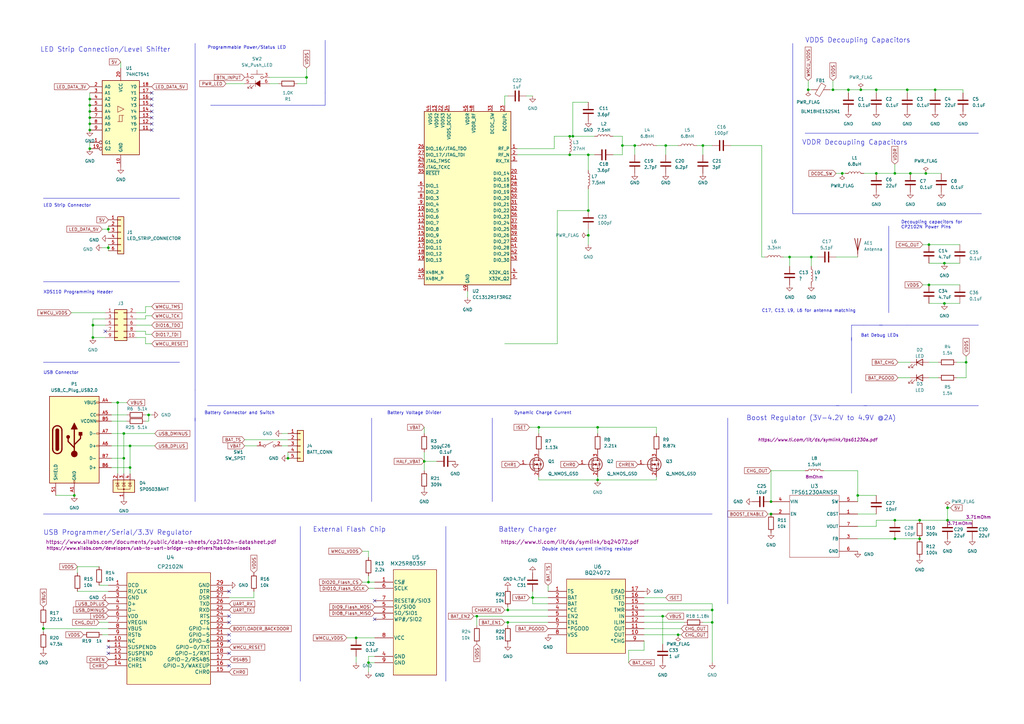
<source format=kicad_sch>
(kicad_sch (version 20230121) (generator eeschema)
  (paper "A3")
  (title_block (title "Project Emrick Light Strip") (date "2022-10-10") (rev "5.1"))
  (junction (at 36.83 43.18))
  (junction (at 367.03 213.36))
  (junction (at 151.13 238.76))
  (junction (at 387.35 124.46))
  (junction (at 245.11 175.26))
  (junction (at 373.38 71.12))
  (junction (at 132.08 -52.07))
  (junction (at 323.85 105.41))
  (junction (at 119.38 -52.07))
  (junction (at 271.78 252.73))
  (junction (at 154.94 -40.64))
  (junction (at 50.8 177.8))
  (junction (at 255.27 59.69))
  (junction (at 220.98 175.26))
  (junction (at 208.28 255.27))
  (junction (at 345.44 71.12))
  (junction (at 44.45 93.98))
  (junction (at 38.1 138.43))
  (junction (at 48.26 165.1))
  (junction (at 173.99 189.23))
  (junction (at 388.62 208.28))
  (junction (at 372.11 36.83))
  (junction (at 36.83 48.26))
  (junction (at 146.05 261.62))
  (junction (at 316.23 210.82))
  (junction (at 118.11 187.96))
  (junction (at 396.24 148.59))
  (junction (at 36.83 40.64))
  (junction (at 38.1 133.35))
  (junction (at 359.41 71.12))
  (junction (at 241.3 96.52))
  (junction (at 165.1 -123.19))
  (junction (at 195.58 252.73))
  (junction (at 60.96 170.18))
  (junction (at 381 100.33))
  (junction (at 53.34 191.77))
  (junction (at 387.35 107.95))
  (junction (at 50.8 187.96))
  (junction (at 36.83 45.72))
  (junction (at 383.54 36.83))
  (junction (at 36.83 50.8))
  (junction (at 165.1 -120.65))
  (junction (at 331.47 36.83))
  (junction (at 151.13 -83.82))
  (junction (at 151.13 271.78))
  (junction (at 351.79 203.2))
  (junction (at 278.13 260.35))
  (junction (at 377.19 220.98))
  (junction (at 125.73 31.75))
  (junction (at 377.19 213.36))
  (junction (at 165.1 -118.11))
  (junction (at 347.98 36.83))
  (junction (at 379.73 71.12))
  (junction (at 154.94 -41.91))
  (junction (at 260.35 59.69))
  (junction (at 273.05 59.69))
  (junction (at 359.41 36.83))
  (junction (at 160.02 -113.03))
  (junction (at 241.3 86.36))
  (junction (at 241.3 63.5))
  (junction (at 332.74 105.41))
  (junction (at 53.34 182.88))
  (junction (at 233.68 55.88))
  (junction (at 44.45 101.6))
  (junction (at 388.62 213.36))
  (junction (at 316.23 205.74))
  (junction (at 208.28 250.19))
  (junction (at 353.06 36.83))
  (junction (at 288.29 59.69))
  (junction (at 36.83 60.96))
  (junction (at 245.11 196.85))
  (junction (at 381 116.84))
  (junction (at 218.44 245.11))
  (junction (at 367.03 71.12))
  (junction (at 17.78 257.81))
  (junction (at 367.03 220.98))
  (junction (at 36.83 53.34))
  (junction (at 234.95 55.88))
  (junction (at 30.48 203.2))
  (junction (at 341.63 36.83))
  (junction (at 233.68 63.5))
  (junction (at 292.1 250.19))
  (junction (at 292.1 255.27))
  (no_connect (at 236.22 -21.59))
  (no_connect (at 153.67 246.38))
  (no_connect (at 153.67 254))
  (no_connect (at 93.98 260.35))
  (no_connect (at 93.98 267.97))
  (no_connect (at 93.98 273.05))
  (no_connect (at 93.98 262.89))
  (no_connect (at 93.98 252.73))
  (no_connect (at 93.98 255.27))
  (no_connect (at 62.23 38.1))
  (no_connect (at 62.23 40.64))
  (no_connect (at 236.22 -41.91))
  (no_connect (at 236.22 -16.51))
  (no_connect (at 236.22 -67.31))
  (no_connect (at 236.22 -57.15))
  (no_connect (at 62.23 45.72))
  (no_connect (at 62.23 48.26))
  (no_connect (at 62.23 50.8))
  (no_connect (at 62.23 53.34))
  (no_connect (at 62.23 43.18))
  (no_connect (at 93.98 242.57))
  (no_connect (at 44.45 265.43))
  (no_connect (at 44.45 267.97))
  (no_connect (at 236.22 -13.97))
  (no_connect (at 236.22 -11.43))
  (no_connect (at 236.22 -31.75))
  (no_connect (at 236.22 -24.13))
  (no_connect (at 43.18 135.89))
  (no_connect (at 295.91 -20.32))
  (wire (pts (xy 36.83 40.64) (xy 36.83 43.18)))
  (wire (pts (xy 342.9 71.12) (xy 345.44 71.12)))
  (wire (pts (xy 367.03 71.12) (xy 373.38 71.12)))
  (wire (pts (xy 264.16 266.7) (xy 264.16 262.89)))
  (wire (pts (xy 292.1 250.19) (xy 292.1 255.27)))
  (wire (pts (xy 163.83 -88.9) (xy 163.83 -82.55)))
  (wire (pts (xy 381 124.46) (xy 387.35 124.46)))
  (wire (pts (xy 215.9 39.37) (xy 218.44 39.37)))
  (wire (pts (xy 379.73 71.12) (xy 386.08 71.12)))
  (wire (pts (xy 227.33 55.88) (xy 233.68 55.88)))
  (wire (pts (xy 50.8 187.96) (xy 50.8 194.31)))
  (wire (pts (xy 38.1 133.35) (xy 38.1 138.43)))
  (wire (pts (xy 351.79 193.04) (xy 351.79 203.2)))
  (wire (pts (xy 271.78 252.73) (xy 271.78 264.16)))
  (wire (pts (xy 44.45 92.71) (xy 44.45 93.98)))
  (wire (pts (xy 151.13 241.3) (xy 153.67 241.3)))
  (wire (pts (xy 381 154.94) (xy 384.81 154.94)))
  (wire (pts (xy 53.34 182.88) (xy 45.72 182.88)))
  (wire (pts (xy 55.88 135.89) (xy 59.69 135.89)))
  (wire (pts (xy 129.54 -52.07) (xy 132.08 -52.07)))
  (polyline (pts (xy 17.78 148.59) (xy 73.66 148.59)))
  (wire (pts (xy 359.41 71.12) (xy 367.03 71.12)))
  (wire (pts (xy 153.67 271.78) (xy 151.13 271.78)))
  (wire (pts (xy 195.58 252.73) (xy 224.79 252.73)))
  (wire (pts (xy 359.41 36.83) (xy 372.11 36.83)))
  (wire (pts (xy 165.1 -123.19) (xy 165.1 -120.65)))
  (wire (pts (xy 43.18 133.35) (xy 38.1 133.35)))
  (wire (pts (xy 59.69 138.43) (xy 59.69 140.97)))
  (wire (pts (xy 146.05 261.62) (xy 153.67 261.62)))
  (wire (pts (xy 388.62 208.28) (xy 388.62 213.36)))
  (wire (pts (xy 372.11 36.83) (xy 372.11 38.1)))
  (polyline (pts (xy 201.93 171.45) (xy 201.93 205.74)))
  (wire (pts (xy 273.05 59.69) (xy 273.05 63.5)))
  (wire (pts (xy 151.13 -93.98) (xy 146.05 -93.98)))
  (wire (pts (xy 257.81 271.78) (xy 257.81 266.7)))
  (wire (pts (xy 162.56 -40.64) (xy 154.94 -40.64)))
  (wire (pts (xy 165.1 -128.27) (xy 165.1 -123.19)))
  (wire (pts (xy 195.58 252.73) (xy 195.58 256.54)))
  (wire (pts (xy 143.51 -95.25) (xy 170.18 -95.25)))
  (wire (pts (xy 17.78 257.81) (xy 17.78 259.08)))
  (wire (pts (xy 191.77 119.38) (xy 191.77 121.92)))
  (wire (pts (xy 36.83 38.1) (xy 36.83 40.64)))
  (wire (pts (xy 100.33 180.34) (xy 118.11 180.34)))
  (wire (pts (xy 387.35 124.46) (xy 393.7 124.46)))
  (wire (pts (xy 251.46 63.5) (xy 255.27 63.5)))
  (wire (pts (xy 119.38 -52.07) (xy 119.38 -62.23)))
  (wire (pts (xy 378.46 100.33) (xy 381 100.33)))
  (polyline (pts (xy 80.01 160.02) (xy 80.01 172.72)))
  (wire (pts (xy 17.78 256.54) (xy 17.78 257.81)))
  (wire (pts (xy 118.11 185.42) (xy 118.11 187.96)))
  (wire (pts (xy 359.41 213.36) (xy 367.03 213.36)))
  (wire (pts (xy 388.62 213.36) (xy 398.78 213.36)))
  (wire (pts (xy 93.98 245.11) (xy 104.14 245.11)))
  (wire (pts (xy 255.27 59.69) (xy 255.27 63.5)))
  (wire (pts (xy 292.1 255.27) (xy 292.1 271.78)))
  (wire (pts (xy 163.83 -82.55) (xy 170.18 -82.55)))
  (wire (pts (xy 151.13 238.76) (xy 153.67 238.76)))
  (wire (pts (xy 59.69 128.27) (xy 59.69 125.73)))
  (wire (pts (xy 233.68 63.5) (xy 241.3 63.5)))
  (wire (pts (xy 269.24 195.58) (xy 269.24 196.85)))
  (wire (pts (xy 396.24 154.94) (xy 392.43 154.94)))
  (wire (pts (xy 218.44 247.65) (xy 224.79 247.65)))
  (wire (pts (xy 44.45 100.33) (xy 44.45 101.6)))
  (wire (pts (xy 381 100.33) (xy 393.7 100.33)))
  (wire (pts (xy 22.86 203.2) (xy 30.48 203.2)))
  (wire (pts (xy 55.88 138.43) (xy 59.69 138.43)))
  (wire (pts (xy 142.24 261.62) (xy 146.05 261.62)))
  (wire (pts (xy 269.24 196.85) (xy 245.11 196.85)))
  (wire (pts (xy 165.1 -46.99) (xy 165.1 -16.51)))
  (wire (pts (xy 53.34 182.88) (xy 53.34 191.77)))
  (wire (pts (xy 173.99 189.23) (xy 173.99 193.04)))
  (wire (pts (xy 269.24 175.26) (xy 269.24 177.8)))
  (wire (pts (xy 220.98 175.26) (xy 220.98 177.8)))
  (wire (pts (xy 245.11 195.58) (xy 245.11 196.85)))
  (wire (pts (xy 44.45 101.6) (xy 41.91 101.6)))
  (wire (pts (xy 241.3 86.36) (xy 228.6 86.36)))
  (wire (pts (xy 45.72 191.77) (xy 53.34 191.77)))
  (wire (pts (xy 368.3 154.94) (xy 373.38 154.94)))
  (wire (pts (xy 161.29 -16.51) (xy 165.1 -16.51)))
  (polyline (pts (xy 330.2 54.61) (xy 401.32 54.61)))
  (wire (pts (xy 314.96 210.82) (xy 316.23 210.82)))
  (wire (pts (xy 217.17 245.11) (xy 218.44 245.11)))
  (wire (pts (xy 146.05 -93.98) (xy 146.05 -83.82)))
  (wire (pts (xy 332.74 105.41) (xy 335.28 105.41)))
  (wire (pts (xy 279.4 260.35) (xy 278.13 260.35)))
  (wire (pts (xy 148.59 226.06) (xy 151.13 226.06)))
  (wire (pts (xy 312.42 59.69) (xy 312.42 105.41)))
  (wire (pts (xy 220.98 196.85) (xy 245.11 196.85)))
  (wire (pts (xy 115.57 182.88) (xy 118.11 182.88)))
  (wire (pts (xy 104.14 245.11) (xy 104.14 242.57)))
  (wire (pts (xy 154.94 -41.91) (xy 154.94 -40.64)))
  (wire (pts (xy 125.73 31.75) (xy 110.49 31.75)))
  (wire (pts (xy 160.02 -128.27) (xy 160.02 -113.03)))
  (wire (pts (xy 207.01 140.97) (xy 228.6 140.97)))
  (wire (pts (xy 207.01 255.27) (xy 208.28 255.27)))
  (wire (pts (xy 331.47 33.02) (xy 331.47 36.83)))
  (wire (pts (xy 212.09 63.5) (xy 233.68 63.5)))
  (polyline (pts (xy 372.11 133.35) (xy 401.32 133.35)))
  (wire (pts (xy 17.78 257.81) (xy 44.45 257.81)))
  (wire (pts (xy 92.71 34.29) (xy 100.33 34.29)))
  (wire (pts (xy 50.8 177.8) (xy 45.72 177.8)))
  (wire (pts (xy 245.11 175.26) (xy 245.11 177.8)))
  (wire (pts (xy 45.72 172.72) (xy 52.07 172.72)))
  (wire (pts (xy 50.8 177.8) (xy 63.5 177.8)))
  (wire (pts (xy 387.35 107.95) (xy 393.7 107.95)))
  (wire (pts (xy 31.75 232.41) (xy 31.75 234.95)))
  (wire (pts (xy 264.16 255.27) (xy 280.67 255.27)))
  (wire (pts (xy 251.46 55.88) (xy 255.27 55.88)))
  (wire (pts (xy 44.45 102.87) (xy 44.45 101.6)))
  (wire (pts (xy 288.29 59.69) (xy 288.29 63.5)))
  (wire (pts (xy 373.38 71.12) (xy 379.73 71.12)))
  (wire (pts (xy 396.24 146.05) (xy 396.24 148.59)))
  (wire (pts (xy 132.08 -52.07) (xy 132.08 -59.69)))
  (wire (pts (xy 160.02 -110.49) (xy 160.02 -113.03)))
  (wire (pts (xy 243.84 63.5) (xy 241.3 63.5)))
  (wire (pts (xy 165.1 -123.19) (xy 170.18 -123.19)))
  (wire (pts (xy 332.74 109.22) (xy 332.74 105.41)))
  (wire (pts (xy 36.83 45.72) (xy 36.83 48.26)))
  (wire (pts (xy 154.94 -88.9) (xy 163.83 -88.9)))
  (wire (pts (xy 207.01 39.37) (xy 208.28 39.37)))
  (wire (pts (xy 218.44 245.11) (xy 218.44 247.65)))
  (wire (pts (xy 383.54 36.83) (xy 394.97 36.83)))
  (wire (pts (xy 59.69 130.81) (xy 59.69 129.54)))
  (polyline (pts (xy 152.4 171.45) (xy 152.4 205.74)))
  (wire (pts (xy 119.38 -52.07) (xy 119.38 -49.53)))
  (wire (pts (xy 119.38 -62.23) (xy 167.64 -62.23)))
  (wire (pts (xy 59.69 170.18) (xy 60.96 170.18)))
  (polyline (pts (xy 182.88 215.9) (xy 182.88 279.4)))
  (polyline (pts (xy 123.19 215.9) (xy 123.19 279.4)))
  (wire (pts (xy 368.3 148.59) (xy 373.38 148.59)))
  (wire (pts (xy 367.03 67.31) (xy 367.03 71.12)))
  (polyline (pts (xy 354.33 133.35) (xy 361.95 133.35)))
  (polyline (pts (xy 349.25 133.35) (xy 354.33 133.35)))
  (polyline (pts (xy 133.35 43.18) (xy 133.35 38.1)))
  (wire (pts (xy 208.28 248.92) (xy 208.28 250.19)))
  (wire (pts (xy 378.46 116.84) (xy 381 116.84)))
  (wire (pts (xy 45.72 170.18) (xy 52.07 170.18)))
  (wire (pts (xy 151.13 271.78) (xy 151.13 275.59)))
  (wire (pts (xy 220.98 195.58) (xy 220.98 196.85)))
  (wire (pts (xy 163.83 -100.33) (xy 170.18 -100.33)))
  (wire (pts (xy 147.32 -88.9) (xy 143.51 -88.9)))
  (polyline (pts (xy 17.78 81.28) (xy 73.66 81.28)))
  (wire (pts (xy 44.45 93.98) (xy 44.45 95.25)))
  (wire (pts (xy 359.41 36.83) (xy 359.41 38.1)))
  (wire (pts (xy 337.82 193.04) (xy 351.79 193.04)))
  (wire (pts (xy 245.11 175.26) (xy 269.24 175.26)))
  (wire (pts (xy 273.05 59.69) (xy 278.13 59.69)))
  (wire (pts (xy 341.63 33.02) (xy 341.63 36.83)))
  (wire (pts (xy 121.92 -52.07) (xy 119.38 -52.07)))
  (polyline (pts (xy 349.25 139.7) (xy 349.25 133.35)))
  (wire (pts (xy 234.95 41.91) (xy 234.95 55.88)))
  (wire (pts (xy 288.29 255.27) (xy 292.1 255.27)))
  (wire (pts (xy 316.23 193.04) (xy 316.23 205.74)))
  (wire (pts (xy 45.72 187.96) (xy 50.8 187.96)))
  (wire (pts (xy 228.6 86.36) (xy 228.6 140.97)))
  (wire (pts (xy 31.75 232.41) (xy 40.64 232.41)))
  (wire (pts (xy 299.72 59.69) (xy 312.42 59.69)))
  (wire (pts (xy 173.99 185.42) (xy 173.99 189.23)))
  (wire (pts (xy 351.79 203.2) (xy 359.41 203.2)))
  (wire (pts (xy 260.35 59.69) (xy 260.35 63.5)))
  (polyline (pts (xy 360.68 133.35) (xy 372.11 133.35)))
  (wire (pts (xy 273.05 245.11) (xy 264.16 245.11)))
  (polyline (pts (xy 133.35 16.51) (xy 133.35 38.1)))
  (polyline (pts (xy 354.33 166.37) (xy 401.32 166.37)))
  (wire (pts (xy 347.98 36.83) (xy 353.06 36.83)))
  (wire (pts (xy 160.02 -110.49) (xy 170.18 -110.49)))
  (wire (pts (xy 285.75 59.69) (xy 288.29 59.69)))
  (wire (pts (xy 165.1 -118.11) (xy 170.18 -118.11)))
  (polyline (pts (xy 298.45 171.45) (xy 298.45 247.65)))
  (wire (pts (xy 36.83 43.18) (xy 36.83 45.72)))
  (polyline (pts (xy 342.9 166.37) (xy 355.6 166.37)))
  (wire (pts (xy 41.91 93.98) (xy 44.45 93.98)))
  (wire (pts (xy 345.44 71.12) (xy 346.71 71.12)))
  (wire (pts (xy 167.64 -52.07) (xy 162.56 -52.07)))
  (wire (pts (xy 60.96 172.72) (xy 60.96 170.18)))
  (polyline (pts (xy 325.12 87.63) (xy 402.59 87.63)))
  (wire (pts (xy 59.69 125.73) (xy 62.23 125.73)))
  (polyline (pts (xy 325.12 87.63) (xy 325.12 82.55)))
  (wire (pts (xy 48.26 165.1) (xy 52.07 165.1)))
  (wire (pts (xy 323.85 109.22) (xy 323.85 105.41)))
  (wire (pts (xy 40.64 255.27) (xy 44.45 255.27)))
  (wire (pts (xy 154.94 -43.18) (xy 154.94 -41.91)))
  (wire (pts (xy 241.3 63.5) (xy 241.3 69.85)))
  (wire (pts (xy 354.33 71.12) (xy 359.41 71.12)))
  (wire (pts (xy 53.34 191.77) (xy 53.34 194.31)))
  (wire (pts (xy 292.1 247.65) (xy 292.1 250.19)))
  (wire (pts (xy 146.05 -83.82) (xy 151.13 -83.82)))
  (polyline (pts (xy 17.78 210.82) (xy 292.1 210.82)))
  (wire (pts (xy 38.1 130.81) (xy 43.18 130.81)))
  (wire (pts (xy 55.88 133.35) (xy 62.23 133.35)))
  (wire (pts (xy 218.44 245.11) (xy 224.79 245.11)))
  (wire (pts (xy 273.05 252.73) (xy 271.78 252.73)))
  (wire (pts (xy 151.13 226.06) (xy 151.13 228.6)))
  (wire (pts (xy 312.42 105.41) (xy 313.69 105.41)))
  (wire (pts (xy 40.64 240.03) (xy 44.45 240.03)))
  (wire (pts (xy 269.24 59.69) (xy 273.05 59.69)))
  (wire (pts (xy 146.05 269.24) (xy 146.05 271.78)))
  (wire (pts (xy 59.69 172.72) (xy 60.96 172.72)))
  (polyline (pts (xy 325.12 17.78) (xy 325.12 82.55)))
  (wire (pts (xy 48.26 165.1) (xy 45.72 165.1)))
  (wire (pts (xy 208.28 256.54) (xy 208.28 255.27)))
  (wire (pts (xy 218.44 242.57) (xy 218.44 245.11)))
  (wire (pts (xy 224.79 240.03) (xy 224.79 242.57)))
  (wire (pts (xy 255.27 55.88) (xy 255.27 59.69)))
  (wire (pts (xy 36.83 58.42) (xy 36.83 60.96)))
  (wire (pts (xy 167.64 -46.99) (xy 165.1 -46.99)))
  (wire (pts (xy 207.01 250.19) (xy 208.28 250.19)))
  (wire (pts (xy 241.3 41.91) (xy 234.95 41.91)))
  (wire (pts (xy 167.64 -49.53) (xy 163.83 -49.53)))
  (wire (pts (xy 38.1 138.43) (xy 43.18 138.43)))
  (wire (pts (xy 234.95 55.88) (xy 243.84 55.88)))
  (wire (pts (xy 381 107.95) (xy 387.35 107.95)))
  (wire (pts (xy 359.41 215.9) (xy 359.41 213.36)))
  (polyline (pts (xy 349.25 161.29) (xy 349.25 138.43)))
  (wire (pts (xy 220.98 175.26) (xy 245.11 175.26)))
  (wire (pts (xy 132.08 -59.69) (xy 167.64 -59.69)))
  (wire (pts (xy 59.69 137.16) (xy 62.23 137.16)))
  (wire (pts (xy 377.19 213.36) (xy 388.62 213.36)))
  (wire (pts (xy 381 148.59) (xy 384.81 148.59)))
  (wire (pts (xy 241.3 100.33) (xy 241.3 96.52)))
  (wire (pts (xy 125.73 31.75) (xy 125.73 34.29)))
  (wire (pts (xy 59.69 140.97) (xy 62.23 140.97)))
  (wire (pts (xy 233.68 55.88) (xy 234.95 55.88)))
  (wire (pts (xy 351.79 210.82) (xy 359.41 210.82)))
  (wire (pts (xy 125.73 27.94) (xy 125.73 31.75)))
  (wire (pts (xy 60.96 170.18) (xy 62.23 170.18)))
  (wire (pts (xy 227.33 60.96) (xy 227.33 55.88)))
  (wire (pts (xy 367.03 220.98) (xy 377.19 220.98)))
  (polyline (pts (xy 80.01 171.45) (xy 80.01 205.74)))
  (wire (pts (xy 278.13 260.35) (xy 264.16 260.35)))
  (wire (pts (xy 165.1 -120.65) (xy 165.1 -118.11)))
  (wire (pts (xy 381 116.84) (xy 393.7 116.84)))
  (polyline (pts (xy 85.09 166.37) (xy 344.17 166.37)))
  (wire (pts (xy 59.69 135.89) (xy 59.69 137.16)))
  (wire (pts (xy 53.34 182.88) (xy 63.5 182.88)))
  (wire (pts (xy 170.18 -95.25) (xy 170.18 -85.09)))
  (wire (pts (xy 388.62 208.28) (xy 389.89 208.28)))
  (wire (pts (xy 163.83 -49.53) (xy 163.83 -20.32)))
  (wire (pts (xy 321.31 105.41) (xy 323.85 105.41)))
  (wire (pts (xy 383.54 36.83) (xy 383.54 38.1)))
  (wire (pts (xy 241.3 96.52) (xy 241.3 93.98)))
  (wire (pts (xy 173.99 175.26) (xy 173.99 177.8)))
  (wire (pts (xy 271.78 252.73) (xy 264.16 252.73)))
  (wire (pts (xy 341.63 36.83) (xy 347.98 36.83)))
  (wire (pts (xy 55.88 128.27) (xy 59.69 128.27)))
  (wire (pts (xy 165.1 -105.41) (xy 170.18 -105.41)))
  (wire (pts (xy 208.28 250.19) (xy 224.79 250.19)))
  (wire (pts (xy 151.13 -83.82) (xy 151.13 -81.28)))
  (wire (pts (xy 367.03 213.36) (xy 377.19 213.36)))
  (wire (pts (xy 121.92 34.29) (xy 125.73 34.29)))
  (wire (pts (xy 160.02 -113.03) (xy 170.18 -113.03)))
  (wire (pts (xy 148.59 238.76) (xy 151.13 238.76)))
  (wire (pts (xy 154.94 -30.48) (xy 154.94 -29.21)))
  (wire (pts (xy 100.33 182.88) (xy 105.41 182.88)))
  (wire (pts (xy 165.1 -118.11) (xy 165.1 -105.41)))
  (polyline (pts (xy 364.49 128.27) (xy 364.49 92.71)))
  (wire (pts (xy 260.35 59.69) (xy 261.62 59.69)))
  (wire (pts (xy 154.94 -41.91) (xy 152.4 -41.91)))
  (wire (pts (xy 110.49 34.29) (xy 114.3 34.29)))
  (wire (pts (xy 153.67 269.24) (xy 151.13 269.24)))
  (wire (pts (xy 151.13 269.24) (xy 151.13 271.78)))
  (wire (pts (xy 396.24 148.59) (xy 396.24 154.94)))
  (wire (pts (xy 162.56 -52.07) (xy 162.56 -40.64)))
  (wire (pts (xy 264.16 250.19) (xy 292.1 250.19)))
  (wire (pts (xy 288.29 59.69) (xy 292.1 59.69)))
  (wire (pts (xy 394.97 36.83) (xy 394.97 38.1)))
  (wire (pts (xy 257.81 266.7) (xy 264.16 266.7)))
  (wire (pts (xy 151.13 236.22) (xy 151.13 238.76)))
  (wire (pts (xy 340.36 36.83) (xy 341.63 36.83)))
  (polyline (pts (xy 86.36 43.18) (xy 128.27 43.18)))
  (wire (pts (xy 207.01 39.37) (xy 207.01 43.18)))
  (wire (pts (xy 29.21 128.27) (xy 43.18 128.27)))
  (wire (pts (xy 50.8 177.8) (xy 50.8 187.96)))
  (wire (pts (xy 351.79 220.98) (xy 367.03 220.98)))
  (wire (pts (xy 161.29 -20.32) (xy 163.83 -20.32)))
  (wire (pts (xy 212.09 60.96) (xy 227.33 60.96)))
  (wire (pts (xy 323.85 105.41) (xy 332.74 105.41)))
  (wire (pts (xy 36.83 48.26) (xy 36.83 50.8)))
  (wire (pts (xy 392.43 148.59) (xy 396.24 148.59)))
  (wire (pts (xy 154.94 -40.64) (xy 154.94 -38.1)))
  (polyline (pts (xy 128.27 43.18) (xy 133.35 43.18)))
  (wire (pts (xy 55.88 130.81) (xy 59.69 130.81)))
  (wire (pts (xy 38.1 133.35) (xy 38.1 130.81)))
  (wire (pts (xy 241.3 77.47) (xy 241.3 86.36)))
  (wire (pts (xy 132.08 -52.07) (xy 132.08 -49.53)))
  (wire (pts (xy 351.79 215.9) (xy 359.41 215.9)))
  (wire (pts (xy 48.26 165.1) (xy 48.26 194.31)))
  (wire (pts (xy 351.79 203.2) (xy 351.79 205.74)))
  (wire (pts (xy 255.27 59.69) (xy 260.35 59.69)))
  (wire (pts (xy 316.23 193.04) (xy 330.2 193.04)))
  (wire (pts (xy 31.75 242.57) (xy 44.45 242.57)))
  (wire (pts (xy 143.51 -88.9) (xy 143.51 -95.25)))
  (wire (pts (xy 342.9 105.41) (xy 351.79 105.41)))
  (wire (pts (xy 347.98 36.83) (xy 347.98 38.1)))
  (wire (pts (xy 194.31 252.73) (xy 195.58 252.73)))
  (wire (pts (xy 115.57 177.8) (xy 118.11 177.8)))
  (polyline (pts (xy 17.78 115.57) (xy 73.66 115.57)))
  (wire (pts (xy 331.47 36.83) (xy 332.74 36.83)))
  (wire (pts (xy 59.69 129.54) (xy 62.23 129.54)))
  (wire (pts (xy 353.06 36.83) (xy 359.41 36.83)))
  (wire (pts (xy 372.11 36.83) (xy 383.54 36.83)))
  (wire (pts (xy 208.28 255.27) (xy 224.79 255.27)))
  (wire (pts (xy 36.83 50.8) (xy 36.83 53.34)))
  (wire (pts (xy 264.16 247.65) (xy 292.1 247.65)))
  (wire (pts (xy 279.4 257.81) (xy 264.16 257.81)))
  (wire (pts (xy 217.17 175.26) (xy 220.98 175.26)))
  (wire (pts (xy 170.18 -120.65) (xy 165.1 -120.65)))
  (wire (pts (xy 173.99 189.23) (xy 179.07 189.23)))
  (wire (pts (xy 41.91 260.35) (xy 44.45 260.35)))
  (wire (pts (xy 49.53 25.4) (xy 49.53 27.94)))
  (polyline (pts (xy 80.01 17.78) (xy 80.01 160.02)))
  (text "Dynamic Charge Current" (at 210.82 170.18 0) (effects (font (size 1.27 1.27)) (justify left bottom)))
  (text "Battery Charger\n" (at 204.47 218.44 0) (effects (font (size 2 2)) (justify left bottom)))
  (text "Double check current limiting resistor\n" (at 222.25 226.06 0) (effects (font (size 1.27 1.27)) (justify left bottom)))
  (text "LED Strip Connection/Level Shifter" (at 16.51 21.59 0) (effects (font (size 2 2)) (justify left bottom)))
  (text "VDDS Decoupling Capacitors\n" (at 330.2 17.78 0) (effects (font (size 2 2)) (justify left bottom)))
  (text "VDDR Decoupling Capacitors\n" (at 328.93 59.69 0) (effects (font (size 2 2)) (justify left bottom)))
  (text "LED Strip Connector" (at 17.78 85.09 0) (effects (font (size 1.27 1.27)) (justify left bottom)))
  (text "USB Connector" (at 17.78 153.67 0) (effects (font (size 1.27 1.27)) (justify left bottom)))
  (text "XDS110 Programming Header" (at 17.78 120.65 0) (effects (font (size 1.27 1.27)) (justify left bottom)))
  (text "USB Programmer/Serial/3.3V Regulator\n" (at 17.78 219.71 0) (effects (font (size 2 2)) (justify left bottom)))
  (text "C17, C13, L9, L6 for antenna matching" (at 312.42 128.27 0) (effects (font (size 1.27 1.27)) (justify left bottom)))
  (text "Programmable Power/Status LED\n" (at 85.09 20.32 0) (effects (font (size 1.27 1.27)) (justify left bottom)))
  (text "Bat Debug LEDs" (at 353.06 138.43 0) (effects (font (size 1.27 1.27)) (justify left bottom)))
  (text "Decoupling capacitors for \nCP2102N Power Pins\n" (at 369.57 93.98 0) (effects (font (size 1.27 1.27)) (justify left bottom)))
  (text "Boost Regulator (3V-4.2V to 4.9V @2A)\n" (at 306.07 172.72 0) (effects (font (size 2 2)) (justify left bottom)))
  (text "DIO5 reserved\nfor dual strip design" (at 251.46 -55.88 0) (effects (font (size 1.27 1.27)) (justify left bottom)))
  (text "Battery Connector and Switch" (at 83.82 170.18 0) (effects (font (size 1.27 1.27)) (justify left bottom)))
  (text "UART RX MUST STAY AT DIO 2\nUART TX MUST STAY AT DIO 3\n(for bootloader)" (at 248.92 -62.23 0) (effects (font (size 1.27 1.27)) (justify left bottom)))
  (text "Battery Voltage Divider" (at 158.75 170.18 0) (effects (font (size 1.27 1.27)) (justify left bottom)))
  (text "External Flash Chip" (at 128.27 218.44 0) (effects (font (size 2 2)) (justify left bottom)))
  (text "DIO16-17 are for programming \nand may not be able to be moved " (at 251.46 -26.67 0) (effects (font (size 1.27 1.27)) (justify left bottom)))
  (global_label "VDDS" (shape input) (at 154.94 -50.8 90) (property "Intersheetrefs" "${INTERSHEET_REFS}" (effects hide)))
  (global_label "BAT_PGOOD" (shape input) (at 224.79 257.81 180) (property "Intersheetrefs" "${INTERSHEET_REFS}" (effects hide)))
  (global_label "DCDC_SW" (shape input) (at 163.83 -100.33 180) (property "Intersheetrefs" "${INTERSHEET_REFS}" (effects hide)))
  (global_label "VDDS" (shape input) (at 165.1 -128.27 90) (property "Intersheetrefs" "${INTERSHEET_REFS}" (effects hide)))
  (global_label "VBAT" (shape input) (at 100.33 182.88 180) (property "Intersheetrefs" "${INTERSHEET_REFS}" (effects hide)))
  (global_label "5V" (shape input) (at 49.53 25.4 180) (property "Intersheetrefs" "${INTERSHEET_REFS}" (effects hide)))
  (global_label "BAT_EN2" (shape input) (at 194.31 252.73 180) (property "Intersheetrefs" "${INTERSHEET_REFS}" (effects hide)))
  (global_label "RS485" (shape input) (at 236.22 -34.29 0) (property "Intersheetrefs" "${INTERSHEET_REFS}" (effects hide)))
  (global_label "DIO8_Flash_MISO" (shape input) (at 153.67 251.46 180) (property "Intersheetrefs" "${INTERSHEET_REFS}" (effects hide)))
  (global_label "LED_DATA_5V" (shape input) (at 62.23 35.56 0) (property "Intersheetrefs" "${INTERSHEET_REFS}" (effects hide)))
  (global_label "DCDC_SW" (shape input) (at 342.9 71.12 180) (property "Intersheetrefs" "${INTERSHEET_REFS}" (effects hide)))
  (global_label "LED_DATA_3V" (shape input) (at 36.83 35.56 180) (property "Intersheetrefs" "${INTERSHEET_REFS}" (effects hide)))
  (global_label "BOOTLOADER_BACKDOOR" (shape input) (at 236.22 -36.83 0) (property "Intersheetrefs" "${INTERSHEET_REFS}" (effects hide)))
  (global_label "BTN_INPUT" (shape input) (at 236.22 -54.61 0) (property "Intersheetrefs" "${INTERSHEET_REFS}" (effects hide)))
  (global_label "UART_TX" (shape input) (at 93.98 250.19 0) (property "Intersheetrefs" "${INTERSHEET_REFS}" (effects hide)))
  (global_label "DIO9_Flash_MOSI" (shape input) (at 236.22 -46.99 0) (property "Intersheetrefs" "${INTERSHEET_REFS}" (effects hide)))
  (global_label "VDDS" (shape input) (at 44.45 252.73 180) (property "Intersheetrefs" "${INTERSHEET_REFS}" (effects hide)))
  (global_label "WMCU_TCK" (shape input) (at 161.29 -20.32 180) (property "Intersheetrefs" "${INTERSHEET_REFS}" (effects hide)))
  (global_label "VBAT" (shape input) (at 173.99 175.26 180) (property "Intersheetrefs" "${INTERSHEET_REFS}" (effects hide)))
  (global_label "CHG_OUT" (shape input) (at 316.23 193.04 180) (property "Intersheetrefs" "${INTERSHEET_REFS}" (effects hide)))
  (global_label "DIO17_TDI" (shape input) (at 236.22 -26.67 0) (property "Intersheetrefs" "${INTERSHEET_REFS}" (effects hide)))
  (global_label "PWR_LED" (shape input) (at 92.71 34.29 180) (property "Intersheetrefs" "${INTERSHEET_REFS}" (effects hide)))
  (global_label "BAT_PGOOD" (shape input) (at 368.3 154.94 180) (property "Intersheetrefs" "${INTERSHEET_REFS}" (effects hide)))
  (global_label "VDDR" (shape input) (at 160.02 -128.27 90) (property "Intersheetrefs" "${INTERSHEET_REFS}" (effects hide)))
  (global_label "BOOST_ENABLE" (shape input) (at 314.96 210.82 180) (property "Intersheetrefs" "${INTERSHEET_REFS}" (effects hide)))
  (global_label "WMCU_TMS" (shape input) (at 62.23 125.73 0) (property "Intersheetrefs" "${INTERSHEET_REFS}" (effects hide)))
  (global_label "VDDS" (shape input) (at 396.24 146.05 90) (property "Intersheetrefs" "${INTERSHEET_REFS}" (effects hide)))
  (global_label "LED_DATA_5V" (shape input) (at 41.91 93.98 180) (property "Intersheetrefs" "${INTERSHEET_REFS}" (effects hide)))
  (global_label "BAT_TS" (shape input) (at 224.79 240.03 90) (property "Intersheetrefs" "${INTERSHEET_REFS}" (effects hide)))
  (global_label "WMCU_TMS" (shape input) (at 161.29 -16.51 180) (property "Intersheetrefs" "${INTERSHEET_REFS}" (effects hide)))
  (global_label "CHR0" (shape input) (at 93.98 275.59 0) (property "Intersheetrefs" "${INTERSHEET_REFS}" (effects hide)))
  (global_label "PWR_LED" (shape input) (at 236.22 -52.07 0) (property "Intersheetrefs" "${INTERSHEET_REFS}" (effects hide)))
  (global_label "CHR1" (shape input) (at 44.45 273.05 180) (property "Intersheetrefs" "${INTERSHEET_REFS}" (effects hide)))
  (global_label "5V" (shape input) (at 389.89 208.28 0) (property "Intersheetrefs" "${INTERSHEET_REFS}" (effects hide)))
  (global_label "DIO9_Flash_MOSI" (shape input) (at 153.67 248.92 180) (property "Intersheetrefs" "${INTERSHEET_REFS}" (effects hide)))
  (global_label "WMCU_VDDS" (shape input) (at 331.47 33.02 90) (property "Intersheetrefs" "${INTERSHEET_REFS}" (effects hide)))
  (global_label "DIO17_TDI" (shape input) (at 62.23 137.16 0) (property "Intersheetrefs" "${INTERSHEET_REFS}" (effects hide)))
  (global_label "RS485" (shape input) (at 93.98 270.51 0) (property "Intersheetrefs" "${INTERSHEET_REFS}" (effects hide)))
  (global_label "CHR1" (shape input) (at 213.36 190.5 180) (property "Intersheetrefs" "${INTERSHEET_REFS}" (effects hide)))
  (global_label "WMCU_VDDS" (shape input) (at 148.59 226.06 180) (property "Intersheetrefs" "${INTERSHEET_REFS}" (effects hide)))
  (global_label "DIO20_Flash_CS" (shape input) (at 236.22 -19.05 0) (property "Intersheetrefs" "${INTERSHEET_REFS}" (effects hide)))
  (global_label "CHR0" (shape input) (at 237.49 190.5 180) (property "Intersheetrefs" "${INTERSHEET_REFS}" (effects hide)))
  (global_label "VBUS" (shape input) (at 273.05 252.73 0) (property "Intersheetrefs" "${INTERSHEET_REFS}" (effects hide)))
  (global_label "DIO16_TDO" (shape input) (at 236.22 -29.21 0) (property "Intersheetrefs" "${INTERSHEET_REFS}" (effects hide)))
  (global_label "DIO8_Flash_MISO" (shape input) (at 236.22 -49.53 0) (property "Intersheetrefs" "${INTERSHEET_REFS}" (effects hide)))
  (global_label "UART_TX" (shape input) (at 236.22 -62.23 0) (property "Intersheetrefs" "${INTERSHEET_REFS}" (effects hide)))
  (global_label "WMCU_VDDS" (shape input) (at 29.21 128.27 180) (property "Intersheetrefs" "${INTERSHEET_REFS}" (effects hide)))
  (global_label "HALF_VBAT" (shape input) (at 173.99 189.23 180) (property "Intersheetrefs" "${INTERSHEET_REFS}" (effects hide)))
  (global_label "HALF_VBAT" (shape input) (at 295.91 -22.86 0) (property "Intersheetrefs" "${INTERSHEET_REFS}" (effects hide)))
  (global_label "BAT_TS" (shape input) (at 100.33 180.34 180) (property "Intersheetrefs" "${INTERSHEET_REFS}" (effects hide)))
  (global_label "ISET" (shape input) (at 217.17 175.26 180) (property "Intersheetrefs" "${INTERSHEET_REFS}" (effects hide)))
  (global_label "USB_DPLUS" (shape input) (at 63.5 182.88 0) (property "Intersheetrefs" "${INTERSHEET_REFS}" (effects hide)))
  (global_label "VDDS" (shape input) (at 31.75 232.41 180) (property "Intersheetrefs" "${INTERSHEET_REFS}" (effects hide)))
  (global_label "USB_DMINUS" (shape input) (at 63.5 177.8 0) (property "Intersheetrefs" "${INTERSHEET_REFS}" (effects hide)))
  (global_label "WMCU_RESET" (shape input) (at 93.98 265.43 0) (property "Intersheetrefs" "${INTERSHEET_REFS}" (effects hide)))
  (global_label "VDDS" (shape input) (at 125.73 27.94 90) (property "Intersheetrefs" "${INTERSHEET_REFS}" (effects hide)))
  (global_label "USB_DPLUS" (shape input) (at 44.45 247.65 180) (property "Intersheetrefs" "${INTERSHEET_REFS}" (effects hide)))
  (global_label "BOOST_ENABLE" (shape input) (at 236.22 -39.37 0) (property "Intersheetrefs" "${INTERSHEET_REFS}" (effects hide)))
  (global_label "BAT_EN1" (shape input) (at 295.91 -33.02 0) (property "Intersheetrefs" "${INTERSHEET_REFS}" (effects hide)))
  (global_label "BAT_CHG" (shape input) (at 257.81 271.78 0) (property "Intersheetrefs" "${INTERSHEET_REFS}" (effects hide)))
  (global_label "WMCU_RESET" (shape input) (at 62.23 140.97 0) (property "Intersheetrefs" "${INTERSHEET_REFS}" (effects hide)))
  (global_label "CHG_OUT" (shape input) (at 279.4 257.81 0) (property "Intersheetrefs" "${INTERSHEET_REFS}" (effects hide)))
  (global_label "BAT_PGOOD" (shape input) (at 295.91 -25.4 0) (property "Intersheetrefs" "${INTERSHEET_REFS}" (effects hide)))
  (global_label "WMCU_RESET" (shape input) (at 152.4 -41.91 180) (property "Intersheetrefs" "${INTERSHEET_REFS}" (effects hide)))
  (global_label "VDDS" (shape input) (at 104.14 234.95 90) (property "Intersheetrefs" "${INTERSHEET_REFS}" (effects hide)))
  (global_label "BAT_CHG" (shape input) (at 368.3 148.59 180) (property "Intersheetrefs" "${INTERSHEET_REFS}" (effects hide)))
  (global_label "DIO16_TDO" (shape input) (at 62.23 133.35 0) (property "Intersheetrefs" "${INTERSHEET_REFS}" (effects hide)))
  (global_label "BTN_INPUT" (shape input) (at 100.33 31.75 180) (property "Intersheetrefs" "${INTERSHEET_REFS}" (effects hide)))
  (global_label "BAT_CHG" (shape input) (at 295.91 -35.56 0) (property "Intersheetrefs" "${INTERSHEET_REFS}" (effects hide)))
  (global_label "BAT_EN1" (shape input) (at 207.01 255.27 180) (property "Intersheetrefs" "${INTERSHEET_REFS}" (effects hide)))
  (global_label "CHARGE_EN" (shape input) (at 207.01 250.19 180) (property "Intersheetrefs" "${INTERSHEET_REFS}" (effects hide)))
  (global_label "5V" (shape input) (at 44.45 90.17 180) (property "Intersheetrefs" "${INTERSHEET_REFS}" (effects hide)))
  (global_label "ISET" (shape input) (at 273.05 245.11 0) (property "Intersheetrefs" "${INTERSHEET_REFS}" (effects hide)))
  (global_label "CHREN" (shape input) (at 261.62 190.5 180) (property "Intersheetrefs" "${INTERSHEET_REFS}" (effects hide)))
  (global_label "CHREN" (shape input) (at 44.45 270.51 180) (property "Intersheetrefs" "${INTERSHEET_REFS}" (effects hide)))
  (global_label "VBAT" (shape input) (at 217.17 245.11 180) (property "Intersheetrefs" "${INTERSHEET_REFS}" (effects hide)))
  (global_label "VDDS" (shape input) (at 378.46 116.84 180) (property "Intersheetrefs" "${INTERSHEET_REFS}" (effects hide)))
  (global_label "CHG_OUT" (shape input) (at 378.46 100.33 180) (property "Intersheetrefs" "${INTERSHEET_REFS}" (effects hide)))
  (global_label "VBUS" (shape input) (at 52.07 165.1 0) (property "Intersheetrefs" "${INTERSHEET_REFS}" (effects hide)))
  (global_label "VDDS" (shape input) (at 34.29 260.35 180) (property "Intersheetrefs" "${INTERSHEET_REFS}" (effects hide)))
  (global_label "CHG_OUT" (shape input) (at 279.4 260.35 0) (property "Intersheetrefs" "${INTERSHEET_REFS}" (effects hide)))
  (global_label "BOOTLOADER_BACKDOOR" (shape input) (at 93.98 257.81 0) (property "Intersheetrefs" "${INTERSHEET_REFS}" (effects hide)))
  (global_label "UART_RX" (shape input) (at 93.98 247.65 0) (property "Intersheetrefs" "${INTERSHEET_REFS}" (effects hide)))
  (global_label "VDDS" (shape input) (at 341.63 33.02 90) (property "Intersheetrefs" "${INTERSHEET_REFS}" (effects hide)))
  (global_label "BAT_EN2" (shape input) (at 295.91 -30.48 0) (property "Intersheetrefs" "${INTERSHEET_REFS}" (effects hide)))
  (global_label "WMCU_VDDS" (shape input) (at 142.24 261.62 180) (property "Intersheetrefs" "${INTERSHEET_REFS}" (effects hide)))
  (global_label "DIO20_Flash_CS" (shape input) (at 148.59 238.76 180) (property "Intersheetrefs" "${INTERSHEET_REFS}" (effects hide)))
  (global_label "VDDS" (shape input) (at 195.58 264.16 270) (property "Intersheetrefs" "${INTERSHEET_REFS}" (effects hide)))
  (global_label "CHG_OUT" (shape input) (at 40.64 255.27 180) (property "Intersheetrefs" "${INTERSHEET_REFS}" (effects hide)))
  (global_label "DIO10_Flash_SCLK" (shape input) (at 236.22 -44.45 0) (property "Intersheetrefs" "${INTERSHEET_REFS}" (effects hide)))
  (global_label "CHARGE_EN" (shape input) (at 295.91 -27.94 0) (property "Intersheetrefs" "${INTERSHEET_REFS}" (effects hide)))
  (global_label "VDDR" (shape input) (at 367.03 67.31 90) (property "Intersheetrefs" "${INTERSHEET_REFS}" (effects hide)))
  (global_label "DIO10_Flash_SCLK" (shape input) (at 151.13 241.3 180) (property "Intersheetrefs" "${INTERSHEET_REFS}" (effects hide)))
  (global_label "WMCU_TCK" (shape input) (at 62.23 129.54 0) (property "Intersheetrefs" "${INTERSHEET_REFS}" (effects hide)))
  (global_label "LED_DATA_3V" (shape input) (at 236.22 -59.69 0) (property "Intersheetrefs" "${INTERSHEET_REFS}" (effects hide)))
  (global_label "VBUS" (shape input) (at 17.78 248.92 90) (property "Intersheetrefs" "${INTERSHEET_REFS}" (effects hide)))
  (global_label "USB_DMINUS" (shape input) (at 44.45 250.19 180) (property "Intersheetrefs" "${INTERSHEET_REFS}" (effects hide)))
  (global_label "UART_RX" (shape input) (at 236.22 -64.77 0) (property "Intersheetrefs" "${INTERSHEET_REFS}" (effects hide)))
  (symbol (lib_id "Device:C") (at 393.7 120.65 0) (unit 1)
    (property "Reference" "C36" (at 397.51 120.015 0) (effects (justify left)))
    (property "Value" "0.1uF" (at 397.51 122.555 0) (effects (justify left)))
    (property "Footprint" "Capacitor_SMD:C_0402_1005Metric" (effects hide))
  )
  (symbol (lib_id "Device:C") (at 241.3 90.17 0) (unit 1)
    (property "Reference" "C23" (at 245.11 88.8999 0) (effects (justify left)))
    (property "Value" "100pF" (at 245.11 91.4399 0) (effects (justify left)))
    (property "Footprint" "Capacitor_SMD:C_0402_1005Metric" (effects hide))
  )
  (symbol (lib_id "Device:R") (at 17.78 252.73 0) (unit 1)
    (property "Reference" "R17" (at 20.32 251.4599 0) (effects (justify left)))
    (property "Value" "22.1k" (at 20.32 253.9999 0) (effects (justify left)))
    (property "Footprint" "Resistor_SMD:R_0402_1005Metric" (effects hide))
  )
  (symbol (lib_id "power:GND") (at 288.29 71.12 0) (unit 1)
    (property "Reference" "#PWR020" (effects hide))
    (property "Value" "GND" (at 288.29 74.93 0))
  )
  (symbol (lib_id "Device:R") (at 388.62 154.94 90) (unit 1)
    (property "Reference" "R5" (at 388.62 158.75 90))
    (property "Value" "1.5k" (at 388.62 161.29 90))
    (property "Footprint" "Resistor_SMD:R_0402_1005Metric" (effects hide))
  )
  (symbol (lib_id "Device:L") (at 247.65 55.88 90) (unit 1)
    (property "Reference" "L2" (at 247.65 50.8 90))
    (property "Value" "7.5nH" (at 247.65 53.34 90))
    (property "Footprint" "Inductor_SMD:L_0402_1005Metric" (effects hide))
  )
  (symbol (lib_id "power:GND") (at 208.28 241.3 180) (unit 1)
    (property "Reference" "#PWR039" (effects hide))
    (property "Value" "GND" (at 208.28 237.49 0))
  )
  (symbol (lib_id "Device:R") (at 55.88 170.18 270) (unit 1)
    (property "Reference" "R6" (at 53.34 167.64 90))
    (property "Value" "5.1k" (at 58.42 167.64 90))
    (property "Footprint" "Resistor_SMD:R_0402_1005Metric" (effects hide))
  )
  (symbol (lib_id "Device:C") (at 398.78 217.17 0) (unit 1)
    (property "Reference" "C30" (at 401.32 217.17 0) (effects (justify left)))
    (property "Value" "22uF" (at 401.32 219.71 0) (effects (justify left)))
    (property "Footprint" "Capacitor_SMD:C_0603_1608Metric" (effects hide))
    (property "Resistance" "3.71mOhm" (at 401.32 212.09 0))
  )
  (symbol (lib_name "PWR_FLAG_1") (lib_id "power:PWR_FLAG") (at 278.13 260.35 180) (unit 1)
    (property "Reference" "#FLG07" (effects hide))
    (property "Value" "PWR_FLAG" (at 278.13 264.16 0))
  )
  (symbol (lib_id "Device:L") (at 350.52 71.12 90) (unit 1)
    (property "Reference" "L1" (at 350.52 64.77 90))
    (property "Value" "6.8uH" (at 350.52 67.31 90))
    (property "Footprint" "Inductor_SMD:L_TDK_NLV32_3.2x2.5mm" (effects hide))
  )
  (symbol (lib_id "Device:C") (at 394.97 41.91 0) (unit 1)
    (property "Reference" "C5" (at 398.78 40.6399 0) (effects (justify left)))
    (property "Value" "0.1uF" (at 398.78 43.1799 0) (effects (justify left)))
    (property "Footprint" "Capacitor_SMD:C_0402_1005Metric" (effects hide))
  )
  (symbol (lib_id "tps61230:TPS61230ARNSR") (at 316.23 208.28 0) (unit 1)
    (property "Reference" "U3" (at 334.01 199.39 0) (effects (font (size 1.524 1.524))))
    (property "Value" "TPS61230ARNSR" (at 334.01 201.93 0) (effects (font (size 1.524 1.524))))
    (property "Footprint" "tps61230:VQFN7_2X2_TEX" (effects hide))
    (property "Datasheet" "https://www.ti.com/lit/ds/symlink/tps61230a.pdf" (at 335.28 180.34 0) (effects (font italic)))
  )
  (symbol (lib_id "power:GND") (at 154.94 -29.21 0) (unit 1)
    (property "Reference" "#PWR017" (effects hide))
    (property "Value" "GND" (at 154.94 -24.13 0))
  )
  (symbol (lib_id "power:GND") (at 151.13 275.59 0) (unit 1)
    (property "Reference" "#PWR051" (effects hide))
    (property "Value" "GND" (at 153.67 276.8599 0) (effects (justify left)))
  )
  (symbol (lib_id "Device:C") (at 154.94 -34.29 0) (unit 1)
    (property "Reference" "C15" (at 158.75 -35.5601 0) (effects (justify left)))
    (property "Value" "0.1uF" (at 157.48 -33.02 0) (effects (justify left)))
    (property "Footprint" "Capacitor_SMD:C_0402_1005Metric" (effects hide))
  )
  (symbol (lib_id "Device:Q_NMOS_GSD") (at 242.57 190.5 0) (unit 1)
    (property "Reference" "Q2" (at 248.92 189.2299 0) (effects (justify left)))
    (property "Value" "Q_NMOS_GSD" (at 248.92 194.31 0) (effects (justify left)))
    (property "Footprint" "Package_TO_SOT_SMD:SOT-23_Handsoldering" (effects hide))
  )
  (symbol (lib_id "Device:Q_NMOS_GSD") (at 218.44 190.5 0) (unit 1)
    (property "Reference" "Q1" (at 224.79 189.2299 0) (effects (justify left)))
    (property "Value" "Q_NMOS_GSD" (at 224.79 194.31 0) (effects (justify left)))
    (property "Footprint" "Package_TO_SOT_SMD:SOT-23_Handsoldering" (effects hide))
  )
  (symbol (lib_id "Switch:SW_SPST") (at 110.49 182.88 0) (unit 1)
    (property "Reference" "SW1" (at 97.79 185.42 0))
    (property "Value" "SW_SPST" (at 96.52 187.96 0))
    (property "Footprint" "switch_original:SW-TH_SS-12F45-GXXX" (effects hide))
  )
  (symbol (lib_id "Device:FerriteBead") (at 336.55 36.83 90) (unit 1)
    (property "Reference" "FB1" (at 336.55 33.02 90))
    (property "Value" "BLM18HE152SN1" (at 336.55 45.72 90))
    (property "Footprint" "Resistor_SMD:R_0603_1608Metric" (effects hide))
  )
  (symbol (lib_name "GND_2") (lib_id "power:GND") (at 388.62 220.98 0) (unit 1)
    (property "Reference" "#PWR032" (effects hide))
    (property "Value" "GND" (at 388.62 226.06 0))
  )
  (symbol (lib_id "power:GND") (at 224.79 260.35 0) (unit 1)
    (property "Reference" "#PWR045" (effects hide))
    (property "Value" "GND" (at 224.79 265.43 0))
  )
  (symbol (lib_id "power:GND") (at 394.97 45.72 0) (unit 1)
    (property "Reference" "#PWR05" (effects hide))
    (property "Value" "GND" (at 394.97 50.8 0))
  )
  (symbol (lib_id "power:GND") (at 387.35 124.46 0) (unit 1)
    (property "Reference" "#PWR053" (effects hide))
    (property "Value" "GND" (at 387.35 129.54 0))
  )
  (symbol (lib_id "Device:R") (at 269.24 181.61 0) (unit 1)
    (property "Reference" "R9" (at 271.78 180.3399 0) (effects (justify left)))
    (property "Value" "8.87k" (at 271.78 182.8799 0) (effects (justify left)))
    (property "Footprint" "Resistor_SMD:R_0603_1608Metric" (effects hide))
  )
  (symbol (lib_id "power:GND") (at 41.91 101.6 270) (unit 1)
    (property "Reference" "#PWR026" (effects hide))
    (property "Value" "GND" (at 38.1 102.235 90) (effects (justify right)))
  )
  (symbol (lib_id "2022-09-29_03-42-52:CP2102N-A02-GQFN28") (at 44.45 240.03 0) (unit 1)
    (property "Reference" "U4" (at 69.85 228.6 0) (effects (font (size 1.524 1.524))))
    (property "Value" "CP2102N" (at 69.85 232.41 0) (effects (font (size 1.524 1.524))))
    (property "Footprint" "cp2102n:CP2102N-A02-GQFN28" (effects hide))
    (property "Datasheet" "https://www.silabs.com/documents/public/data-sheets/cp2102n-datasheet.pdf" (at 66.04 222.25 0) (effects (font (size 1.524 1.524))))
    (property "Windows Driver" "https://www.silabs.com/developers/usb-to-uart-bridge-vcp-drivers?tab=downloads" (at 60.96 224.79 0))
  )
  (symbol (lib_name "GND_6") (lib_id "power:GND") (at 186.69 189.23 0) (unit 1)
    (property "Reference" "#PWR038" (effects hide))
    (property "Value" "GND" (at 186.69 194.31 0))
  )
  (symbol (lib_id "Device:C") (at 381 104.14 0) (unit 1)
    (property "Reference" "C14" (at 384.81 102.8699 0) (effects (justify left)))
    (property "Value" "4.7uF" (at 384.81 105.4099 0) (effects (justify left)))
    (property "Footprint" "Capacitor_SMD:C_0402_1005Metric" (effects hide))
  )
  (symbol (lib_id "power:GND") (at 36.83 53.34 0) (unit 1)
    (property "Reference" "#PWR0101" (effects hide))
    (property "Value" "GND" (at 36.83 57.7834 0))
  )
  (symbol (lib_id "74xx:74HCT541") (at 49.53 48.26 0) (unit 1)
    (property "Reference" "U1" (at 51.5494 27.94 0) (effects (justify left)))
    (property "Value" "74HCT541" (at 51.5494 30.48 0) (effects (justify left)))
    (property "Footprint" "74hct541:SN74HCT541PW" (effects hide))
    (property "Datasheet" "http://www.ti.com/lit/gpn/sn74HCT541" (effects hide))
  )
  (symbol (lib_id "power:GND") (at 241.3 49.53 0) (unit 1)
    (property "Reference" "#PWR015" (effects hide))
    (property "Value" "GND" (at 241.3 53.34 0))
  )
  (symbol (lib_id "Device:C") (at 182.88 189.23 270) (unit 1)
    (property "Reference" "C26" (at 182.88 182.88 90))
    (property "Value" "0.1uF" (at 182.88 185.42 90))
    (property "Footprint" "Capacitor_SMD:C_0402_1005Metric" (effects hide))
  )
  (symbol (lib_id "power:GND") (at 115.57 177.8 270) (unit 1)
    (property "Reference" "#PWR027" (effects hide))
    (property "Value" "GND" (at 111.76 177.7999 90) (effects (justify right)))
  )
  (symbol (lib_id "Device:C") (at 359.41 74.93 0) (unit 1)
    (property "Reference" "C6" (at 363.22 73.6599 0) (effects (justify left)))
    (property "Value" "22uF" (at 363.22 76.1999 0) (effects (justify left)))
    (property "Footprint" "Capacitor_SMD:C_0603_1608Metric" (effects hide))
  )
  (symbol (lib_id "Device:L") (at 241.3 73.66 0) (unit 1)
    (property "Reference" "L7" (at 242.57 72.3899 0) (effects (justify left)))
    (property "Value" "7.5nH" (at 242.57 74.9299 0) (effects (justify left)))
    (property "Footprint" "Inductor_SMD:L_0402_1005Metric" (effects hide))
  )
  (symbol (lib_id "Device:R") (at 17.78 262.89 0) (unit 1)
    (property "Reference" "R20" (at 20.32 261.6199 0) (effects (justify left)))
    (property "Value" "47.5k" (at 20.32 264.1599 0) (effects (justify left)))
    (property "Footprint" "Resistor_SMD:R_0402_1005Metric" (effects hide))
  )
  (symbol (lib_id "Device:L") (at 334.01 193.04 90) (unit 1)
    (property "Reference" "L8" (at 334.01 187.96 90))
    (property "Value" "1.5uH" (at 334.01 190.5 90))
    (property "Footprint" "Inductor_SMD:L_Chilisin_BMRB00060612" (effects hide))
    (property "Resistance" "8mOhm" (at 334.01 195.58 90))
    (property "MFR Part #" "BMMI000606301R5MX1" (effects hide))
  )
  (symbol (lib_id "Device:L") (at 332.74 113.03 0) (unit 1)
    (property "Reference" "L9" (at 334.01 111.7599 0) (effects (justify left)))
    (property "Value" "?" (at 334.01 114.2999 0) (effects (justify left)))
    (property "Footprint" "Capacitor_SMD:C_0603_1608Metric" (effects hide))
  )
  (symbol (lib_id "power:GND") (at 146.05 271.78 0) (unit 1)
    (property "Reference" "#PWR0102" (effects hide))
    (property "Value" "GND" (at 148.59 273.0499 0) (effects (justify left)))
  )
  (symbol (lib_id "power:GND") (at 359.41 78.74 0) (unit 1)
    (property "Reference" "#PWR08" (effects hide))
    (property "Value" "GND" (at 359.41 83.82 0))
  )
  (symbol (lib_id "Device:R") (at 151.13 232.41 0) (unit 1)
    (property "Reference" "R13" (at 153.67 231.1399 0) (effects (justify left)))
    (property "Value" "2.2k" (at 153.67 233.6799 0) (effects (justify left)))
    (property "Footprint" "Resistor_SMD:R_0402_1005Metric" (effects hide))
  )
  (symbol (lib_id "2022-09-27_01-15-34:BQ24072RGTR") (at 224.79 242.57 0) (unit 1)
    (property "Reference" "U6" (at 245.11 232.41 0) (effects (font (size 1.524 1.524))))
    (property "Value" "BQ24072" (at 245.11 234.95 0) (effects (font (size 1.524 1.524))))
    (property "Footprint" "bq24072:BQ24072TRGTR" (effects hide))
    (property "Datasheet" "https://www.ti.com/lit/ds/symlink/bq24072.pdf" (at 233.68 222.25 0) (effects (font (size 1.524 1.524))))
  )
  (symbol (lib_id "Connector_Generic:Conn_01x05") (at 123.19 182.88 0) (unit 1)
    (property "Reference" "J4" (at 125.73 182.8799 0) (effects (justify left)))
    (property "Value" "BATT_CONN" (at 125.73 185.4199 0) (effects (justify left)))
    (property "Footprint" "hirosedf65:DF65-3P-1.7V21" (effects hide))
  )
  (symbol (lib_id "Device:C") (at 146.05 265.43 0) (unit 1)
    (property "Reference" "C32" (at 149.86 264.1599 0) (effects (justify left)))
    (property "Value" "0.1uF" (at 149.86 266.6999 0) (effects (justify left)))
    (property "Footprint" "Capacitor_SMD:C_0402_1005Metric" (effects hide))
  )
  (symbol (lib_id "Device:R") (at 377.19 224.79 0) (unit 1)
    (property "Reference" "R12" (at 379.73 224.155 0) (effects (justify left)))
    (property "Value" "100k" (at 379.73 226.695 0) (effects (justify left)))
    (property "Footprint" "Resistor_SMD:R_0402_1005Metric" (effects hide))
  )
  (symbol (lib_id "power:PWR_FLAG") (at 331.47 36.83 180) (unit 1)
    (property "Reference" "#FLG01" (effects hide))
    (property "Value" "PWR_FLAG" (at 331.47 41.91 0))
  )
  (symbol (lib_id "Device:R") (at 220.98 181.61 0) (unit 1)
    (property "Reference" "R7" (at 223.52 180.975 0) (effects (justify left)))
    (property "Value" "1.13k" (at 223.52 183.515 0) (effects (justify left)))
    (property "Footprint" "Resistor_SMD:R_0603_1608Metric" (effects hide))
  )
  (symbol (lib_id "Device:C") (at 373.38 74.93 0) (unit 1)
    (property "Reference" "C7" (at 377.19 74.295 0) (effects (justify left)))
    (property "Value" "0.1uF" (at 377.19 76.835 0) (effects (justify left)))
    (property "Footprint" "Capacitor_SMD:C_0402_1005Metric" (effects hide))
  )
  (symbol (lib_id "power:GND") (at 241.3 100.33 0) (unit 1)
    (property "Reference" "#PWR024" (effects hide))
    (property "Value" "GND" (at 241.3 105.41 0))
  )
  (symbol (lib_id "Device:Crystal") (at 125.73 -52.07 0) (unit 1)
    (property "Reference" "Y2" (at 125.73 -59.69 0))
    (property "Value" "32.768kHz" (at 125.73 -57.15 0))
    (property "Footprint" "Crystal:Crystal_SMD_3215-2Pin_3.2x1.5mm" (effects hide))
  )
  (symbol (lib_id "Device:R") (at 208.28 260.35 0) (unit 1)
    (property "Reference" "R22" (at 203.2 259.08 0) (effects (justify left)))
    (property "Value" "10k" (at 203.2 261.62 0) (effects (justify left)))
    (property "Footprint" "Resistor_SMD:R_0402_1005Metric" (effects hide))
  )
  (symbol (lib_name "GND_1") (lib_id "power:GND") (at 173.99 200.66 0) (unit 1)
    (property "Reference" "#PWR035" (effects hide))
    (property "Value" "GND" (at 173.99 205.74 0))
  )
  (symbol (lib_id "Device:C") (at 312.42 205.74 90) (unit 1)
    (property "Reference" "C25" (at 312.42 199.39 90))
    (property "Value" "10uF" (at 312.42 201.93 90))
    (property "Footprint" "Capacitor_SMD:C_0603_1608Metric" (effects hide))
  )
  (symbol (lib_id "power:PWR_FLAG") (at 241.3 96.52 90) (unit 1)
    (property "Reference" "#FLG05" (effects hide))
    (property "Value" "PWR_FLAG" (at 237.49 96.5199 90) (effects (justify left)))
  )
  (symbol (lib_id "power:GND") (at 62.23 170.18 90) (unit 1)
    (property "Reference" "#PWR025" (effects hide))
    (property "Value" "GND" (at 66.04 170.1799 90) (effects (justify right)))
  )
  (symbol (lib_id "Device:C") (at 323.85 113.03 0) (unit 1)
    (property "Reference" "C13" (at 327.66 111.7599 0) (effects (justify left)))
    (property "Value" "?" (at 327.66 114.2999 0) (effects (justify left)))
    (property "Footprint" "Capacitor_SMD:C_0603_1608Metric" (effects hide))
  )
  (symbol (lib_id "Device:R") (at 284.48 255.27 90) (unit 1)
    (property "Reference" "R18" (at 283.21 252.73 90))
    (property "Value" "1.18k" (at 288.29 252.73 90))
    (property "Footprint" "Resistor_SMD:R_0402_1005Metric" (effects hide))
  )
  (symbol (lib_id "Device:R") (at 245.11 181.61 0) (unit 1)
    (property "Reference" "R8" (at 247.65 180.3399 0) (effects (justify left)))
    (property "Value" "2.21k" (at 247.65 182.8799 0) (effects (justify left)))
    (property "Footprint" "Resistor_SMD:R_0603_1608Metric" (effects hide))
  )
  (symbol (lib_id "Device:C") (at 359.41 41.91 0) (unit 1)
    (property "Reference" "C2" (at 363.22 40.6399 0) (effects (justify left)))
    (property "Value" "0.1uF" (at 363.22 43.1799 0) (effects (justify left)))
    (property "Footprint" "Capacitor_SMD:C_0402_1005Metric" (effects hide))
  )
  (symbol (lib_id "Device:C") (at 295.91 59.69 270) (unit 1)
    (property "Reference" "C16" (at 295.91 52.07 90))
    (property "Value" "100pF" (at 295.91 54.61 90))
    (property "Footprint" "Capacitor_SMD:C_0402_1005Metric" (effects hide))
  )
  (symbol (lib_id "power:GND") (at 119.38 -41.91 0) (unit 1)
    (property "Reference" "#PWR013" (effects hide))
    (property "Value" "GND" (at 119.38 -36.83 0))
  )
  (symbol (lib_id "Device:Q_NMOS_GSD") (at 266.7 190.5 0) (unit 1)
    (property "Reference" "Q3" (at 273.05 189.2299 0) (effects (justify left)))
    (property "Value" "Q_NMOS_GSD" (at 273.05 194.31 0) (effects (justify left)))
    (property "Footprint" "Package_TO_SOT_SMD:SOT-23_Handsoldering" (effects hide))
  )
  (symbol (lib_id "Device:Antenna") (at 351.79 100.33 0) (unit 1)
    (property "Reference" "AE1" (at 354.33 99.6949 0) (effects (justify left)))
    (property "Value" "Antenna" (at 354.33 102.2349 0) (effects (justify left)))
    (property "Footprint" "RF_Antenna:Texas_SWRA416_868MHz_915MHz" (effects hide))
  )
  (symbol (lib_id "power:GND") (at 245.11 196.85 0) (unit 1)
    (property "Reference" "#PWR030" (effects hide))
    (property "Value" "GND" (at 245.11 201.93 0))
  )
  (symbol (lib_id "power:PWR_FLAG") (at 353.06 36.83 0) (unit 1)
    (property "Reference" "#FLG02" (effects hide))
    (property "Value" "PWR_FLAG" (at 353.06 31.75 0))
  )
  (symbol (lib_id "power:GND") (at 260.35 71.12 0) (unit 1)
    (property "Reference" "#PWR018" (effects hide))
    (property "Value" "GND" (at 260.35 74.93 0))
  )
  (symbol (lib_id "power:PWR_FLAG") (at 388.62 208.28 0) (unit 1)
    (property "Reference" "#FLG06" (effects hide))
    (property "Value" "PWR_FLAG" (at 394.97 205.74 0))
  )
  (symbol (lib_id "Device:C") (at 372.11 41.91 0) (unit 1)
    (property "Reference" "C3" (at 375.92 40.6399 0) (effects (justify left)))
    (property "Value" "0.1uF" (at 375.92 43.1799 0) (effects (justify left)))
    (property "Footprint" "Capacitor_SMD:C_0402_1005Metric" (effects hide))
  )
  (symbol (lib_id "Device:R") (at 104.14 238.76 0) (unit 1)
    (property "Reference" "R16" (at 106.68 237.4899 0) (effects (justify left)))
    (property "Value" "10k" (at 106.68 240.0299 0) (effects (justify left)))
    (property "Footprint" "Resistor_SMD:R_0402_1005Metric" (effects hide))
  )
  (symbol (lib_id "power:GND") (at 273.05 71.12 0) (unit 1)
    (property "Reference" "#PWR019" (effects hide))
    (property "Value" "GND" (at 273.05 74.93 0))
  )
  (symbol (lib_name "GND_5") (lib_id "power:GND") (at 316.23 218.44 0) (unit 1)
    (property "Reference" "#PWR037" (effects hide))
    (property "Value" "GND" (at 316.23 223.52 0))
  )
  (symbol (lib_id "power:GND") (at 387.35 107.95 0) (unit 1)
    (property "Reference" "#PWR052" (effects hide))
    (property "Value" "GND" (at 387.35 113.03 0))
  )
  (symbol (lib_id "Device:C") (at 393.7 104.14 0) (unit 1)
    (property "Reference" "C35" (at 397.51 103.505 0) (effects (justify left)))
    (property "Value" "0.1uF" (at 397.51 106.045 0) (effects (justify left)))
    (property "Footprint" "Capacitor_SMD:C_0402_1005Metric" (effects hide))
  )
  (symbol (lib_id "Device:R") (at 195.58 260.35 0) (unit 1)
    (property "Reference" "R24" (at 189.23 259.08 0) (effects (justify left)))
    (property "Value" "10k" (at 189.23 261.62 0) (effects (justify left)))
    (property "Footprint" "Resistor_SMD:R_0402_1005Metric" (effects hide))
  )
  (symbol (lib_id "Power_Protection:SP0503BAHT") (at 50.8 199.39 0) (unit 1)
    (property "Reference" "D4" (at 57.15 198.1199 0) (effects (justify left)))
    (property "Value" "SP0503BAHT" (at 57.15 200.6599 0) (effects (justify left)))
    (property "Footprint" "Package_TO_SOT_SMD:SOT-143" (effects hide))
    (property "Datasheet" "http://www.littelfuse.com/~/media/files/littelfuse/technical%20resources/documents/data%20sheets/sp05xxba.pdf" (effects hide))
  )
  (symbol (lib_id "Device:R") (at 55.88 172.72 270) (unit 1)
    (property "Reference" "R25" (at 53.34 175.26 90))
    (property "Value" "5.1k" (at 58.42 175.26 90))
    (property "Footprint" "Resistor_SMD:R_0402_1005Metric" (effects hide))
  )
  (symbol (lib_id "Device:R") (at 377.19 217.17 0) (unit 1)
    (property "Reference" "R10" (at 379.73 216.535 0) (effects (justify left)))
    (property "Value" "309k" (at 379.73 219.075 0) (effects (justify left)))
    (property "Footprint" "Resistor_SMD:R_0402_1005Metric" (effects hide))
  )
  (symbol (lib_id "power:PWR_FLAG") (at 345.44 71.12 180) (unit 1)
    (property "Reference" "#FLG03" (effects hide))
    (property "Value" "PWR_FLAG" (at 345.44 76.2 0))
  )
  (symbol (lib_id "power:GND") (at 36.83 60.96 0) (unit 1)
    (property "Reference" "#PWR06" (effects hide))
    (property "Value" "GND" (at 36.83 66.04 0))
  )
  (symbol (lib_id "power:GND") (at 118.11 187.96 270) (unit 1)
    (property "Reference" "#PWR029" (effects hide))
    (property "Value" "GND" (at 114.3 187.9599 90) (effects (justify right)))
  )
  (symbol (lib_id "power:GND") (at 347.98 45.72 0) (unit 1)
    (property "Reference" "#PWR01" (effects hide))
    (property "Value" "GND" (at 347.98 50.8 0))
  )
  (symbol (lib_id "Device:LED") (at 377.19 154.94 0) (unit 1)
    (property "Reference" "D3" (at 377.19 157.48 0))
    (property "Value" "LED" (at 377.19 160.02 0))
    (property "Footprint" "LED_SMD:LED_0402_1005Metric" (effects hide))
  )
  (symbol (lib_id "Device:R") (at 173.99 196.85 0) (unit 1)
    (property "Reference" "R21" (at 176.53 196.215 0) (effects (justify left)))
    (property "Value" "309k" (at 176.53 198.755 0) (effects (justify left)))
    (property "Footprint" "Resistor_SMD:R_0402_1005Metric" (effects hide))
  )
  (symbol (lib_id "Device:R") (at 118.11 34.29 90) (unit 1)
    (property "Reference" "R1" (at 118.11 40.64 90))
    (property "Value" "1.0K" (at 118.11 38.1 90))
    (property "Footprint" "Resistor_SMD:R_0402_1005Metric" (effects hide))
  )
  (symbol (lib_id "Device:L") (at 265.43 59.69 90) (unit 1)
    (property "Reference" "L4" (at 265.43 53.34 90))
    (property "Value" "6.8nH" (at 265.43 55.88 90))
    (property "Footprint" "Inductor_SMD:L_0402_1005Metric" (effects hide))
  )
  (symbol (lib_id "MCU_Texas_SimpleLink:CC1312R1F3RGZ") (at 191.77 81.28 0) (unit 1)
    (property "Reference" "U2" (at 193.7259 119.38 0) (effects (justify left)))
    (property "Value" "CC1312R1F3RGZ" (at 193.7259 121.92 0) (effects (justify left)))
    (property "Footprint" "Package_DFN_QFN:VQFN-48-1EP_7x7mm_P0.5mm_EP5.15x5.15mm" (effects hide))
    (property "Datasheet" "http://www.ti.com/lit/ds/symlink/cc1312r.pdf" (effects hide))
  )
  (symbol (lib_id "Device:C") (at 388.62 217.17 180) (unit 1)
    (property "Reference" "C29" (at 391.16 217.17 0) (effects (justify right)))
    (property "Value" "22uF" (at 391.16 219.71 0) (effects (justify right)))
    (property "Footprint" "Capacitor_SMD:C_0603_1608Metric" (effects hide))
    (property "Resistance" "3.71mOhm" (at 393.7 214.63 0))
  )
  (symbol (lib_id "power:GND") (at 50.8 204.47 0) (unit 1)
    (property "Reference" "#PWR031" (effects hide))
    (property "Value" "GND" (at 50.8 209.55 0))
  )
  (symbol (lib_id "power:GND") (at 271.78 271.78 0) (unit 1)
    (property "Reference" "#PWR048" (effects hide))
    (property "Value" "GND" (at 271.78 276.86 0))
  )
  (symbol (lib_id "power:GND") (at 49.53 68.58 0) (unit 1)
    (property "Reference" "#PWR07" (effects hide))
    (property "Value" "GND" (at 49.53 73.66 0))
  )
  (symbol (lib_id "Device:C") (at 119.38 -45.72 0) (unit 1)
    (property "Reference" "C9" (at 123.19 -46.9901 0) (effects (justify left)))
    (property "Value" "12pF" (at 123.19 -44.4501 0) (effects (justify left)))
    (property "Footprint" "Capacitor_SMD:C_0402_1005Metric" (effects hide))
  )
  (symbol (lib_id "power:GND") (at 44.45 245.11 270) (unit 1)
    (property "Reference" "#PWR044" (effects hide))
    (property "Value" "GND" (at 40.64 245.1099 90) (effects (justify right)))
  )
  (symbol (lib_id "Connector_Generic:Conn_02x05_Odd_Even") (at 48.26 133.35 0) (unit 1)
    (property "Reference" "J3" (at 49.53 124.46 0))
    (property "Value" "Conn_02x05_Odd_Even" (effects hide))
    (property "Footprint" "Connector_PinHeader_1.27mm:PinHeader_2x05_P1.27mm_Vertical" (effects hide))
  )
  (symbol (lib_id "Device:C") (at 288.29 67.31 0) (unit 1)
    (property "Reference" "C21" (at 292.1 66.0399 0) (effects (justify left)))
    (property "Value" "3pF" (at 292.1 68.5799 0) (effects (justify left)))
    (property "Footprint" "Capacitor_SMD:C_0402_1005Metric" (effects hide))
  )
  (symbol (lib_id "Device:C") (at 241.3 45.72 180) (unit 1)
    (property "Reference" "C11" (at 247.65 44.45 0))
    (property "Value" "3.6pF" (at 247.65 46.99 0))
    (property "Footprint" "Capacitor_SMD:C_0402_1005Metric" (effects hide))
  )
  (symbol (lib_id "Device:C") (at 347.98 41.91 0) (unit 1)
    (property "Reference" "C1" (at 351.79 40.6399 0) (effects (justify left)))
    (property "Value" "0.1uF" (at 351.79 43.1799 0) (effects (justify left)))
    (property "Footprint" "Capacitor_SMD:C_0402_1005Metric" (effects hide))
  )
  (symbol (lib_id "Device:R") (at 316.23 214.63 0) (unit 1)
    (property "Reference" "R11" (at 318.77 213.3599 0) (effects (justify left)))
    (property "Value" "10k" (at 318.77 215.8999 0) (effects (justify left)))
    (property "Footprint" "Resistor_SMD:R_0402_1005Metric" (effects hide))
  )
  (symbol (lib_id "power:GND") (at 386.08 78.74 0) (unit 1)
    (property "Reference" "#PWR010" (effects hide))
    (property "Value" "GND" (at 386.08 83.82 0))
  )
  (symbol (lib_id "power:PWR_FLAG") (at 379.73 71.12 0) (unit 1)
    (property "Reference" "#FLG04" (effects hide))
    (property "Value" "PWR_FLAG" (at 379.73 66.04 0))
  )
  (symbol (lib_id "Connector:USB_C_Plug_USB2.0") (at 30.48 180.34 0) (unit 1)
    (property "Reference" "P1" (at 30.48 157.48 0))
    (property "Value" "USB_C_Plug_USB2.0" (at 30.48 160.02 0))
    (property "Footprint" "Connector_USB:USB_C_Receptacle_XKB_U262-16XN-4BVC11" (effects hide))
    (property "Datasheet" "https://www.usb.org/sites/default/files/documents/usb_type-c.zip" (effects hide))
  )
  (symbol (lib_id "Device:C") (at 367.03 217.17 180) (unit 1)
    (property "Reference" "C28" (at 370.84 216.535 0) (effects (justify right)))
    (property "Value" "10pF" (at 370.84 219.075 0) (effects (justify right)))
    (property "Footprint" "Capacitor_SMD:C_0402_1005Metric" (effects hide))
  )
  (symbol (lib_id "Device:C") (at 339.09 105.41 90) (unit 1)
    (property "Reference" "C17" (at 339.09 99.06 90))
    (property "Value" "5.1pF" (at 339.09 101.6 90))
    (property "Footprint" "Capacitor_SMD:C_0402_1005Metric" (effects hide))
  )
  (symbol (lib_id "Device:R") (at 154.94 -46.99 0) (unit 1)
    (property "Reference" "R2" (at 161.29 -46.99 90))
    (property "Value" "100k" (at 158.75 -46.99 90))
    (property "Footprint" "Resistor_SMD:R_0402_1005Metric" (effects hide))
  )
  (symbol (lib_id "power:GND") (at 132.08 -41.91 0) (unit 1)
    (property "Reference" "#PWR014" (effects hide))
    (property "Value" "GND" (at 132.08 -36.83 0))
  )
  (symbol (lib_name "GND_4") (lib_id "power:GND") (at 377.19 228.6 0) (unit 1)
    (property "Reference" "#PWR034" (effects hide))
    (property "Value" "GND" (at 377.19 233.68 0))
  )
  (symbol (lib_id "MX25R8035FZUIL0:MX25R8035FZUIL0") (at 153.67 238.76 0) (unit 1)
    (property "Reference" "U5" (at 168.91 228.6 0) (effects (font (size 1.524 1.524)) (justify left)))
    (property "Value" "MX25R8035F" (at 160.02 231.14 0) (effects (font (size 1.524 1.524)) (justify left)))
    (property "Footprint" "mx25r8:MX25R8035FZUIL0" (effects hide))
  )
  (symbol (lib_name "GND_3") (lib_id "power:GND") (at 398.78 220.98 0) (unit 1)
    (property "Reference" "#PWR033" (effects hide))
    (property "Value" "GND" (at 398.78 226.06 0))
  )
  (symbol (lib_id "Device:C") (at 218.44 238.76 180) (unit 1)
    (property "Reference" "C31" (at 215.9 240.03 0) (effects (justify left)))
    (property "Value" "4.7uF" (at 215.9 237.49 0) (effects (justify left)))
    (property "Footprint" "Capacitor_SMD:C_0402_1005Metric" (effects hide))
  )
  (symbol (lib_id "power:GND") (at 218.44 39.37 0) (unit 1)
    (property "Reference" "#PWR023" (effects hide))
    (property "Value" "GND" (at 218.44 44.45 0))
  )
  (symbol (lib_id "Device:R") (at 173.99 181.61 0) (unit 1)
    (property "Reference" "R3" (at 176.53 180.975 0) (effects (justify left)))
    (property "Value" "309k" (at 176.53 183.515 0) (effects (justify left)))
    (property "Footprint" "Resistor_SMD:R_0402_1005Metric" (effects hide))
  )
  (symbol (lib_id "Device:R") (at 40.64 236.22 0) (unit 1)
    (property "Reference" "R14" (at 43.18 234.9499 0) (effects (justify left)))
    (property "Value" "10k" (at 43.18 237.4899 0) (effects (justify left)))
    (property "Footprint" "Resistor_SMD:R_0402_1005Metric" (effects hide))
  )
  (symbol (lib_id "power:GND") (at 373.38 78.74 0) (unit 1)
    (property "Reference" "#PWR09" (effects hide))
    (property "Value" "GND" (at 373.38 83.82 0))
  )
  (symbol (lib_id "power:GND") (at 30.48 203.2 0) (unit 1)
    (property "Reference" "#PWR036" (effects hide))
    (property "Value" "GND" (at 30.48 208.28 0))
  )
  (symbol (lib_id "power:GND") (at 359.41 45.72 0) (unit 1)
    (property "Reference" "#PWR02" (effects hide))
    (property "Value" "GND" (at 359.41 50.8 0))
  )
  (symbol (lib_id "Device:C") (at 359.41 207.01 0) (unit 1)
    (property "Reference" "C27" (at 363.22 206.375 0) (effects (justify left)))
    (property "Value" "10nF" (at 363.22 208.915 0) (effects (justify left)))
    (property "Footprint" "Capacitor_SMD:C_0402_1005Metric" (effects hide))
  )
  (symbol (lib_id "Device:C") (at 132.08 -45.72 0) (unit 1)
    (property "Reference" "C10" (at 135.89 -46.9901 0) (effects (justify left)))
    (property "Value" "15pF" (at 135.89 -44.45 0) (effects (justify left)))
    (property "Footprint" "Capacitor_SMD:C_0402_1005Metric" (effects hide))
  )
  (symbol (lib_id "Switch:SW_Push_LED") (at 105.41 34.29 0) (unit 1)
    (property "Reference" "SW2" (at 105.41 24.13 0))
    (property "Value" "SW_Push_LED" (at 105.41 26.67 0))
    (property "Footprint" "footprints.pretty:SW-SMD_CHA_C603B-101ML-1SF" (effects hide))
  )
  (symbol (lib_id "Device:C") (at 247.65 63.5 90) (unit 1)
    (property "Reference" "C18" (at 247.65 67.31 90))
    (property "Value" "3.6pF" (at 247.65 69.85 90))
    (property "Footprint" "Capacitor_SMD:C_0402_1005Metric" (effects hide))
  )
  (symbol (lib_id "power:GND") (at 151.13 -81.28 0) (unit 1)
    (property "Reference" "#PWR011" (effects hide))
    (property "Value" "GND" (at 151.13 -76.2 0))
  )
  (symbol (lib_id "Device:R") (at 38.1 260.35 90) (unit 1)
    (property "Reference" "R19" (at 35.56 262.89 90))
    (property "Value" "1k" (at 40.64 262.89 90))
    (property "Footprint" "Resistor_SMD:R_0402_1005Metric" (effects hide))
  )
  (symbol (lib_id "power:GND") (at 323.85 116.84 0) (unit 1)
    (property "Reference" "#PWR016" (effects hide))
    (property "Value" "GND" (at 323.85 121.92 0))
  )
  (symbol (lib_id "Device:C") (at 260.35 67.31 0) (unit 1)
    (property "Reference" "C19" (at 264.16 66.0399 0) (effects (justify left)))
    (property "Value" "2.7pF" (at 264.16 68.5799 0) (effects (justify left)))
    (property "Footprint" "Capacitor_SMD:C_0402_1005Metric" (effects hide))
  )
  (symbol (lib_id "power:GND") (at 191.77 121.92 0) (unit 1)
    (property "Reference" "#PWR022" (effects hide))
    (property "Value" "GND" (at 191.77 127 0))
  )
  (symbol (lib_id "Device:C") (at 383.54 41.91 0) (unit 1)
    (property "Reference" "C4" (at 387.35 40.6399 0) (effects (justify left)))
    (property "Value" "22uF" (at 387.35 43.1799 0) (effects (justify left)))
    (property "Footprint" "Capacitor_SMD:C_0603_1608Metric" (effects hide))
  )
  (symbol (lib_id "Device:C") (at 386.08 74.93 0) (unit 1)
    (property "Reference" "C8" (at 389.89 74.295 0) (effects (justify left)))
    (property "Value" "0.1uF" (at 389.89 76.835 0) (effects (justify left)))
    (property "Footprint" "Capacitor_SMD:C_0402_1005Metric" (effects hide))
  )
  (symbol (lib_id "power:GND") (at 208.28 264.16 0) (unit 1)
    (property "Reference" "#PWR047" (effects hide))
    (property "Value" "GND" (at 208.28 269.24 0))
  )
  (symbol (lib_id "power:GND") (at 38.1 138.43 0) (unit 1)
    (property "Reference" "#PWR021" (effects hide))
    (property "Value" "GND" (at 38.1 143.51 0))
  )
  (symbol (lib_id "Device:C") (at 381 120.65 0) (unit 1)
    (property "Reference" "C34" (at 384.81 119.3799 0) (effects (justify left)))
    (property "Value" "4.7uF" (at 384.81 121.9199 0) (effects (justify left)))
    (property "Footprint" "Capacitor_SMD:C_0402_1005Metric" (effects hide))
  )
  (symbol (lib_id "power:GND") (at 93.98 240.03 90) (unit 1)
    (property "Reference" "#PWR042" (effects hide))
    (property "Value" "GND" (at 97.79 240.0299 90) (effects (justify right)))
  )
  (symbol (lib_id "power:GND") (at 292.1 271.78 0) (unit 1)
    (property "Reference" "#PWR050" (effects hide))
    (property "Value" "GND" (at 292.1 276.86 0))
  )
  (symbol (lib_id "power:GND") (at 308.61 205.74 270) (unit 1)
    (property "Reference" "#PWR028" (effects hide))
    (property "Value" "GND" (at 304.8 205.7399 90) (effects (justify right)))
  )
  (symbol (lib_id "power:GND") (at 372.11 45.72 0) (unit 1)
    (property "Reference" "#PWR03" (effects hide))
    (property "Value" "GND" (at 372.11 50.8 0))
  )
  (symbol (lib_id "Device:L") (at 281.94 59.69 90) (unit 1)
    (property "Reference" "L5" (at 281.94 53.34 90))
    (property "Value" "6.8nH" (at 281.94 55.88 90))
    (property "Footprint" "Inductor_SMD:L_0402_1005Metric" (effects hide))
  )
  (symbol (lib_id "power:GND") (at 383.54 45.72 0) (unit 1)
    (property "Reference" "#PWR04" (effects hide))
    (property "Value" "GND" (at 383.54 50.8 0))
  )
  (symbol (lib_id "Device:L") (at 233.68 59.69 0) (unit 1)
    (property "Reference" "L3" (at 234.95 58.4199 0) (effects (justify left)))
    (property "Value" "27nH" (at 234.95 60.9599 0) (effects (justify left)))
    (property "Footprint" "Inductor_SMD:L_0402_1005Metric" (effects hide))
  )
  (symbol (lib_id "Device:L") (at 317.5 105.41 90) (unit 1)
    (property "Reference" "L6" (at 317.5 99.06 90))
    (property "Value" "3.3nH" (at 317.5 101.6 90))
    (property "Footprint" "Inductor_SMD:L_0402_1005Metric" (effects hide))
  )
  (symbol (lib_id "power:GND") (at 218.44 234.95 180) (unit 1)
    (property "Reference" "#PWR041" (effects hide))
    (property "Value" "GND" (at 218.44 229.87 0))
  )
  (symbol (lib_id "Device:LED") (at 377.19 148.59 0) (unit 1)
    (property "Reference" "D2" (at 377.19 143.51 0))
    (property "Value" "LED" (at 377.19 146.05 0))
    (property "Footprint" "LED_SMD:LED_0402_1005Metric" (effects hide))
  )
  (symbol (lib_id "power:GND") (at 264.16 242.57 90) (unit 1)
    (property "Reference" "#PWR043" (effects hide))
    (property "Value" "GND" (at 267.97 242.5699 90) (effects (justify right)))
  )
  (symbol (lib_id "power:GND") (at 332.74 116.84 0) (unit 1)
    (property "Reference" "#PWR049" (effects hide))
    (property "Value" "GND" (at 332.74 121.92 0))
  )
  (symbol (lib_id "Device:R") (at 31.75 238.76 0) (unit 1)
    (property "Reference" "R15" (at 34.29 237.4899 0) (effects (justify left)))
    (property "Value" "10k" (at 34.29 240.0299 0) (effects (justify left)))
    (property "Footprint" "Resistor_SMD:R_0402_1005Metric" (effects hide))
  )
  (symbol (lib_id "power:GND") (at 44.45 97.79 270) (unit 1)
    (property "Reference" "#PWR012" (effects hide))
    (property "Value" "GND" (at 40.64 98.425 90) (effects (justify right)))
  )
  (symbol (lib_id "Device:Crystal_GND24") (at 151.13 -88.9 0) (unit 1)
    (property "Reference" "Y1" (at 158.75 -92.4814 0))
    (property "Value" "24MHz" (at 158.75 -89.9414 0))
    (property "Footprint" "Crystal:Crystal_SMD_3225-4Pin_3.2x2.5mm" (effects hide))
  )
  (symbol (lib_id "Device:C") (at 212.09 39.37 270) (unit 1)
    (property "Reference" "C22" (at 212.09 33.02 90))
    (property "Value" "1uF" (at 212.09 35.56 90))
    (property "Footprint" "Capacitor_SMD:C_0402_1005Metric" (effects hide))
  )
  (symbol (lib_id "Device:C") (at 271.78 267.97 0) (unit 1)
    (property "Reference" "C33" (at 274.32 266.7 0) (effects (justify left)))
    (property "Value" "1 uF" (at 274.32 269.24 0) (effects (justify left)))
    (property "Footprint" "Capacitor_SMD:C_0402_1005Metric" (effects hide))
  )
  (symbol (lib_id "Device:R") (at 388.62 148.59 90) (unit 1)
    (property "Reference" "R4" (at 388.62 142.24 90))
    (property "Value" "1.5k" (at 388.62 144.78 90))
    (property "Footprint" "Resistor_SMD:R_0402_1005Metric" (effects hide))
  )
  (symbol (lib_id "Connector_Generic:Conn_01x06") (at 49.53 95.25 0) (unit 1)
    (property "Reference" "J1" (at 52.07 95.2499 0) (effects (justify left)))
    (property "Value" "LED_STRIP_CONNECTOR" (at 52.07 97.7899 0) (effects (justify left)))
    (property "Footprint" "jstpa:CONN-SMD_SM04B-PASS-TBT-LF-SN" (effects hide))
  )
  (symbol (lib_id "power:GND") (at 351.79 226.06 0) (unit 1)
    (property "Reference" "#PWR040" (effects hide))
    (property "Value" "GND" (at 354.33 227.3299 0) (effects (justify left)))
  )
  (symbol (lib_id "power:GND") (at 17.78 266.7 0) (unit 1)
    (property "Reference" "#PWR046" (effects hide))
    (property "Value" "GND" (at 17.78 271.78 0))
  )
  (symbol (lib_id "Device:R") (at 208.28 245.11 180) (unit 1)
    (property "Reference" "R23" (at 203.2 243.84 0) (effects (justify right)))
    (property "Value" "10k" (at 203.2 246.38 0) (effects (justify right)))
    (property "Footprint" "Resistor_SMD:R_0402_1005Metric" (effects hide))
  )
  (symbol (lib_id "Device:C") (at 273.05 67.31 0) (unit 1)
    (property "Reference" "C20" (at 276.86 66.0399 0) (effects (justify left)))
    (property "Value" "6.2pF" (at 276.86 68.5799 0) (effects (justify left)))
    (property "Footprint" "Capacitor_SMD:C_0402_1005Metric" (effects hide))
  )
)
</source>
